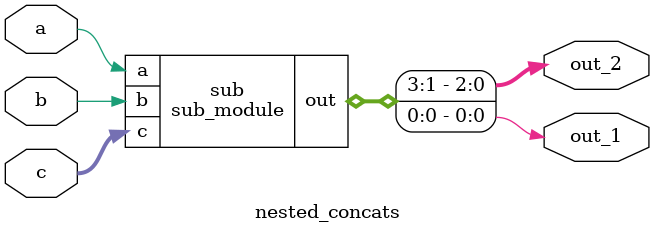
<source format=v>
module sub_module(
	input        a,
	input        b,
	input  [1:0] c,
	output [3:0] out
);

assign out = {a,{c,b}};

endmodule

module nested_concats(
	input        a,
	input        b,
	input  [1:0] c,
	output       out_1,
	output [2:0] out_2
);

sub_module sub(
	.a(a),
	.b(b),
	.c(c),
	.out({out_2,out_1})
);

endmodule

</source>
